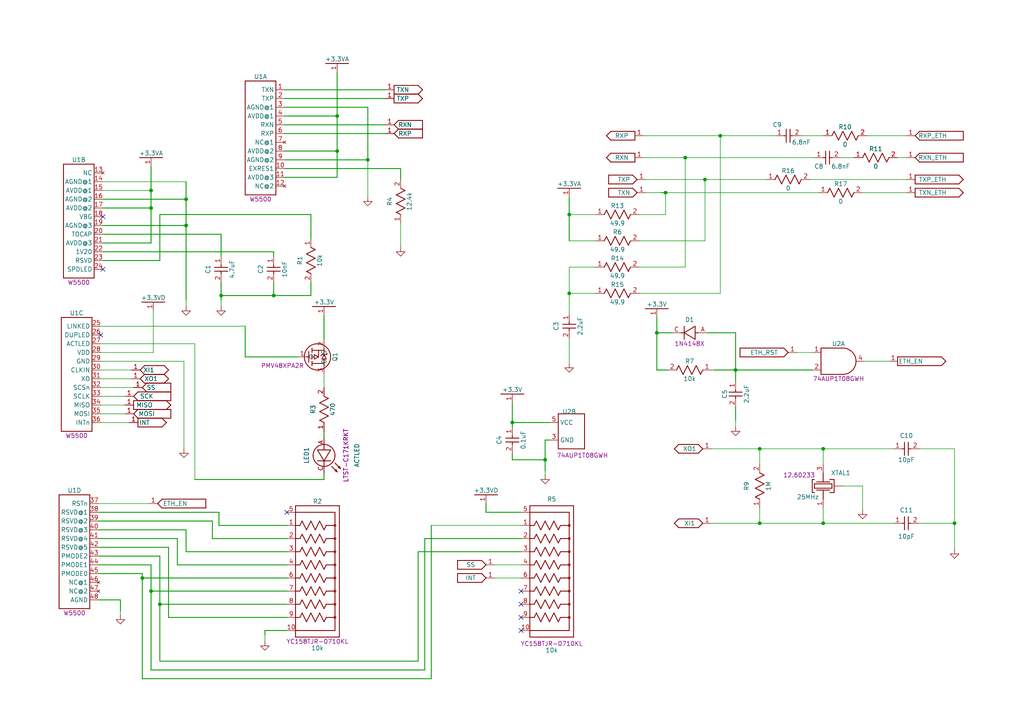
<source format=kicad_sch>
(kicad_sch (version 20231120) (generator "eeschema") (generator_version "8.0")
  (paper "A4")
  (lib_symbols
    (symbol "74AUP1T08GWH_1"
      (property "Reference" "U2" (at 0 5.08 0))
      (property "Mfg. PN" "74AUP1T08GWH" (at 0 -5.08 0))
      (symbol "74AUP1T08GWH_1_1_0"
        (pin input line (at -7.626 2.54 0) (length 2.54) (name "A") (number "1"))
        (pin input line (at -7.62 -2.54 0) (length 2.54) (name "C") (number "2"))
        (pin output line (at 7.62 0 180) (length 2.54) (name "Y") (number "4"))
      )
      (symbol "74AUP1T08GWH_1_2_0"
        (pin power_in line (at -6.35 -2.54 0) (length 2.54) (name "GND") (number "3"))
        (pin power_in line (at -6.35 2.54 0) (length 2.54) (name "VCC") (number "5"))
      )
    )
    (symbol "LED_Controller_Hardware-eagle-import:+3.3V" (power)
      (symbol "+3.3V_1_0"
        (pin power_in line (at 0 1.27 90) (length 2.54) (name "+3.3V") (number "1"))
      )
    )
    (symbol "LED_Controller_Hardware-eagle-import:+3.3VA" (power)
      (symbol "+3.3VA_1_0"
        (pin power_in line (at 0 1.27 90) (length 2.54) (name "+3.3V") (number "1"))
      )
    )
    (symbol "LED_Controller_Hardware-eagle-import:+3.3VD" (power)
      (symbol "+3.3VD_1_0"
        (pin power_in line (at 0 1.27 90) (length 2.54) (name "+3.3V") (number "1"))
      )
    )
    (symbol "LED_Controller_Hardware-eagle-import:1N4148X"
      (symbol "1N4148X_1_0"
        (pin passive line (at -5.08 0 0) (length 2.54) (name "A") (number "A"))
        (pin passive line (at 5.08 0 180) (length 2.54) (name "C") (number "C"))
      )
    )
    (symbol "LED_Controller_Hardware-eagle-import:74AUP1T08GWH"
      (property "Reference" "U2" (at 0 5.08 0))
      (property "Mfg. PN" "74AUP1T08GWH" (at 0 -5.08 0))
      (symbol "74AUP1T08GWH_1_0"
        (pin input line (at -7.626 2.54 0) (length 2.54) (name "A") (number "1"))
        (pin input line (at -7.62 -2.54 0) (length 2.54) (name "C") (number "2"))
        (pin output line (at 7.62 0 180) (length 2.54) (name "Y") (number "4"))
      )
      (symbol "74AUP1T08GWH_2_0"
        (pin power_in line (at -6.35 -2.54 0) (length 2.54) (name "GND") (number "3"))
        (pin power_in line (at -6.35 2.54 0) (length 2.54) (name "VCC") (number "5"))
      )
    )
    (symbol "LED_Controller_Hardware-eagle-import:ACTLED"
      (symbol "ACTLED_1_0"
        (pin passive line (at -5.074 0.006 0) (length 2.54) (name "A") (number "A"))
        (pin passive line (at 5.086 0.006 180) (length 2.54) (name "C") (number "C"))
      )
    )
    (symbol "LED_Controller_Hardware-eagle-import:CAP-0603"
      (symbol "CAP-0603_1_0"
        (pin passive line (at 0 3.81 270) (length 2.54) (name "1") (number "1"))
        (pin passive line (at 0 -3.81 90) (length 2.54) (name "2") (number "2"))
      )
    )
    (symbol "LED_Controller_Hardware-eagle-import:CAP_CER_10000PF_50V_C0G/NP0_0603"
      (symbol "CAP_CER_10000PF_50V_C0G/NP0_0603_1_0"
        (pin passive line (at 0 3.81 270) (length 2.54) (name "1") (number "1"))
        (pin passive line (at 0 -3.81 90) (length 2.54) (name "2") (number "2"))
      )
    )
    (symbol "LED_Controller_Hardware-eagle-import:CAP_CER_10PF_50V_C0G/NP0_0603"
      (symbol "CAP_CER_10PF_50V_C0G/NP0_0603_1_0"
        (pin passive line (at 0 3.81 270) (length 2.54) (name "1") (number "1"))
        (pin passive line (at 0 -3.81 90) (length 2.54) (name "2") (number "2"))
      )
    )
    (symbol "LED_Controller_Hardware-eagle-import:CAP_CER_2.2UF_10V_X5R_0603"
      (symbol "CAP_CER_2.2UF_10V_X5R_0603_1_0"
        (pin passive line (at 0 3.81 270) (length 2.54) (name "1") (number "1"))
        (pin passive line (at 0 -3.81 90) (length 2.54) (name "2") (number "2"))
      )
    )
    (symbol "LED_Controller_Hardware-eagle-import:CAP_CER_6800PF_100V_C0G_0603"
      (symbol "CAP_CER_6800PF_100V_C0G_0603_1_0"
        (pin passive line (at 0 3.81 270) (length 2.54) (name "1") (number "1"))
        (pin passive line (at 0 -3.81 90) (length 2.54) (name "2") (number "2"))
      )
    )
    (symbol "LED_Controller_Hardware-eagle-import:DNP"
      (symbol "DNP_1_0"
        (pin passive line (at -6.35 0 0) (length 2.54) (name "1") (number "1"))
        (pin passive line (at 6.35 0 180) (length 2.54) (name "2") (number "2"))
      )
    )
    (symbol "LED_Controller_Hardware-eagle-import:ETH_EN" (power)
      (symbol "ETH_EN_1_0"
        (pin power_in line (at -2.54 0 0) (length 2.54) (name "1") (number "1"))
      )
    )
    (symbol "LED_Controller_Hardware-eagle-import:ETH_EN_169" (power)
      (symbol "ETH_EN_169_1_0"
        (pin power_in line (at -2.54 0 0) (length 2.54) (name "1") (number "1"))
      )
    )
    (symbol "LED_Controller_Hardware-eagle-import:ETH_RST_150" (power)
      (symbol "ETH_RST_150_1_0"
        (pin power_in line (at 2.54 0 180) (length 2.54) (name "1") (number "1"))
      )
    )
    (symbol "LED_Controller_Hardware-eagle-import:INT" (power)
      (symbol "INT_1_0"
        (pin power_in line (at -2.54 0 0) (length 2.54) (name "1") (number "1"))
      )
    )
    (symbol "LED_Controller_Hardware-eagle-import:INT_167" (power)
      (symbol "INT_167_1_0"
        (pin power_in line (at 2.54 0 180) (length 2.54) (name "1") (number "1"))
      )
    )
    (symbol "LED_Controller_Hardware-eagle-import:KX-7T"
      (symbol "KX-7T_1_0"
        (pin passive line (at -6.35 0 0) (length 2.54) (name "1") (number "1"))
        (pin power_out line (at 0 -5.715 90) (length 2.54) (name "3@2") (number "2"))
        (pin passive line (at 6.35 0 180) (length 2.54) (name "3@1") (number "3"))
      )
    )
    (symbol "LED_Controller_Hardware-eagle-import:MISO_89" (power)
      (symbol "MISO_89_1_0"
        (pin power_in line (at -2.54 0 0) (length 2.54) (name "1") (number "1"))
      )
    )
    (symbol "LED_Controller_Hardware-eagle-import:MOSI_77" (power)
      (symbol "MOSI_77_1_0"
        (pin power_in line (at -2.54 0 0) (length 2.54) (name "1") (number "1"))
      )
    )
    (symbol "LED_Controller_Hardware-eagle-import:PMV48XPA2R"
      (symbol "PMV48XPA2R_1_0"
        (pin passive line (at -6.35 0 0) (length 2.54) (name "G") (number "1"))
        (pin passive line (at 1.27 5.08 270) (length 2.54) (name "S") (number "2"))
        (pin passive line (at 1.27 -5.08 90) (length 2.54) (name "D") (number "3"))
      )
    )
    (symbol "LED_Controller_Hardware-eagle-import:RES-0603"
      (symbol "RES-0603_1_0"
        (pin passive line (at -6.35 0 0) (length 2.54) (name "1") (number "1"))
        (pin passive line (at 6.35 0 180) (length 2.54) (name "2") (number "2"))
      )
    )
    (symbol "LED_Controller_Hardware-eagle-import:RXN" (power)
      (symbol "RXN_1_0"
        (pin power_in line (at -2.54 0 0) (length 2.54) (name "1") (number "1"))
      )
    )
    (symbol "LED_Controller_Hardware-eagle-import:RXN_8" (power)
      (symbol "RXN_8_1_0"
        (pin power_in line (at 2.54 0 180) (length 2.54) (name "1") (number "1"))
      )
    )
    (symbol "LED_Controller_Hardware-eagle-import:RXP" (power)
      (symbol "RXP_1_0"
        (pin power_in line (at -2.54 0 0) (length 2.54) (name "1") (number "1"))
      )
    )
    (symbol "LED_Controller_Hardware-eagle-import:RXP_47" (power)
      (symbol "RXP_47_1_0"
        (pin power_in line (at 2.54 0 180) (length 2.54) (name "1") (number "1"))
      )
    )
    (symbol "LED_Controller_Hardware-eagle-import:SCK_38" (power)
      (symbol "SCK_38_1_0"
        (pin power_in line (at -2.54 0 0) (length 2.54) (name "1") (number "1"))
      )
    )
    (symbol "LED_Controller_Hardware-eagle-import:SS_138" (power)
      (symbol "SS_138_1_0"
        (pin power_in line (at -2.54 0 0) (length 2.54) (name "1") (number "1"))
      )
    )
    (symbol "LED_Controller_Hardware-eagle-import:SS_139" (power)
      (symbol "SS_139_1_0"
        (pin power_in line (at 2.54 0 180) (length 2.54) (name "1") (number "1"))
      )
    )
    (symbol "LED_Controller_Hardware-eagle-import:TXN" (power)
      (symbol "TXN_1_0"
        (pin power_in line (at -2.54 0 0) (length 2.54) (name "1") (number "1"))
      )
    )
    (symbol "LED_Controller_Hardware-eagle-import:TXN_69" (power)
      (symbol "TXN_69_1_0"
        (pin power_in line (at 2.54 0 180) (length 2.54) (name "1") (number "1"))
      )
    )
    (symbol "LED_Controller_Hardware-eagle-import:TXP" (power)
      (symbol "TXP_1_0"
        (pin power_in line (at -2.54 0 0) (length 2.54) (name "1") (number "1"))
      )
    )
    (symbol "LED_Controller_Hardware-eagle-import:TXP_107" (power)
      (symbol "TXP_107_1_0"
        (pin power_in line (at 2.54 0 180) (length 2.54) (name "1") (number "1"))
      )
    )
    (symbol "LED_Controller_Hardware-eagle-import:WIZNET_W5500"
      (property "Reference" "U301" (at 0 17.78 0))
      (property "Mfg. PN" "W5500" (at 0 -17.78 0))
      (symbol "WIZNET_W5500_1_0"
        (pin bidirectional line (at 6.985 13.97 180) (length 2.54) (name "TXN") (number "1"))
        (pin bidirectional line (at 6.985 -8.89 180) (length 2.54) (name "EXRES1") (number "10"))
        (pin power_in line (at 6.985 -11.43 180) (length 2.54) (name "AVDD@3") (number "11"))
        (pin no_connect line (at 6.985 -13.97 180) (length 2.54) (name "NC@2") (number "12"))
        (pin bidirectional line (at 6.985 11.43 180) (length 2.54) (name "TXP") (number "2"))
        (pin power_in line (at 6.985 8.89 180) (length 2.54) (name "AGND@1") (number "3"))
        (pin power_in line (at 6.985 6.35 180) (length 2.54) (name "AVDD@1") (number "4"))
        (pin input line (at 6.985 3.81 180) (length 2.54) (name "RXN") (number "5"))
        (pin input line (at 6.985 1.27 180) (length 2.54) (name "RXP") (number "6"))
        (pin no_connect line (at 6.985 -1.27 180) (length 2.54) (name "NC@1") (number "7"))
        (pin power_in line (at 6.985 -3.81 180) (length 2.54) (name "AVDD@2") (number "8"))
        (pin power_in line (at 6.985 -6.35 180) (length 2.54) (name "AGND@2") (number "9"))
      )
      (symbol "WIZNET_W5500_2_0"
        (pin no_connect line (at 6.985 13.97 180) (length 2.54) (name "NC") (number "13"))
        (pin power_in line (at 6.985 11.43 180) (length 2.54) (name "AGND@1") (number "14"))
        (pin power_in line (at 6.985 8.89 180) (length 2.54) (name "AVDD@1") (number "15"))
        (pin power_in line (at 6.985 6.35 180) (length 2.54) (name "AGND@2") (number "16"))
        (pin power_in line (at 6.985 3.81 180) (length 2.54) (name "AVDD@2") (number "17"))
        (pin output line (at 6.985 1.27 180) (length 2.54) (name "VBG") (number "18"))
        (pin power_in line (at 6.985 -1.27 180) (length 2.54) (name "AGND@3") (number "19"))
        (pin output line (at 6.985 -3.81 180) (length 2.54) (name "TOCAP") (number "20"))
        (pin power_in line (at 6.985 -6.35 180) (length 2.54) (name "AVDD@3") (number "21"))
        (pin output line (at 6.985 -8.89 180) (length 2.54) (name "1V20") (number "22"))
        (pin output line (at 6.985 -11.43 180) (length 2.54) (name "RSVD") (number "23"))
        (pin output line (at 6.985 -13.97 180) (length 2.54) (name "SPDLED") (number "24"))
      )
      (symbol "WIZNET_W5500_3_0"
        (pin output line (at 6.985 13.97 180) (length 2.54) (name "LINKED") (number "25"))
        (pin output line (at 6.985 11.43 180) (length 2.54) (name "DUPLED") (number "26"))
        (pin output line (at 6.985 8.89 180) (length 2.54) (name "ACTLED") (number "27"))
        (pin power_in line (at 6.985 6.35 180) (length 2.54) (name "VDD") (number "28"))
        (pin power_in line (at 6.985 3.81 180) (length 2.54) (name "GND") (number "29"))
        (pin input line (at 6.985 1.27 180) (length 2.54) (name "CLKIN") (number "30"))
        (pin input line (at 6.985 -1.27 180) (length 2.54) (name "XO") (number "31"))
        (pin input line (at 6.985 -3.81 180) (length 2.54) (name "SCSn") (number "32"))
        (pin input line (at 6.985 -6.35 180) (length 2.54) (name "SCLK") (number "33"))
        (pin bidirectional line (at 6.985 -8.89 180) (length 2.54) (name "MISO") (number "34"))
        (pin input line (at 6.985 -11.43 180) (length 2.54) (name "MOSI") (number "35"))
        (pin output line (at 6.985 -13.97 180) (length 2.54) (name "INTn") (number "36"))
      )
      (symbol "WIZNET_W5500_4_0"
        (pin input line (at 6.985 13.97 180) (length 2.54) (name "RSTn") (number "37"))
        (pin input line (at 6.985 11.43 180) (length 2.54) (name "RSVD@1") (number "38"))
        (pin input line (at 6.985 8.89 180) (length 2.54) (name "RSVD@2") (number "39"))
        (pin input line (at 6.985 6.35 180) (length 2.54) (name "RSVD@3") (number "40"))
        (pin input line (at 6.985 3.81 180) (length 2.54) (name "RSVD@4") (number "41"))
        (pin input line (at 6.985 1.27 180) (length 2.54) (name "RSVD@5") (number "42"))
        (pin input line (at 6.985 -1.27 180) (length 2.54) (name "PMODE2") (number "43"))
        (pin input line (at 6.985 -3.81 180) (length 2.54) (name "PMODE1") (number "44"))
        (pin input line (at 6.985 -6.35 180) (length 2.54) (name "PMODE0") (number "45"))
        (pin no_connect line (at 6.985 -8.89 180) (length 2.54) (name "NC@1") (number "46"))
        (pin no_connect line (at 6.985 -11.43 180) (length 2.54) (name "NC@2") (number "47"))
        (pin power_in line (at 6.985 -13.97 180) (length 2.54) (name "AGND") (number "48"))
      )
    )
    (symbol "LED_Controller_Hardware-eagle-import:XI" (power)
      (symbol "XI_1_0"
        (pin power_in line (at -2.54 0 0) (length 2.54) (name "1") (number "1"))
      )
    )
    (symbol "LED_Controller_Hardware-eagle-import:XI_67" (power)
      (symbol "XI_67_1_0"
        (pin power_in line (at 2.54 0 180) (length 2.54) (name "1") (number "1"))
      )
    )
    (symbol "LED_Controller_Hardware-eagle-import:XO" (power)
      (symbol "XO_1_0"
        (pin power_in line (at -2.54 0 0) (length 2.54) (name "1") (number "1"))
      )
    )
    (symbol "LED_Controller_Hardware-eagle-import:XO_65" (power)
      (symbol "XO_65_1_0"
        (pin power_in line (at 2.54 0 180) (length 2.54) (name "1") (number "1"))
      )
    )
    (symbol "LED_Controller_Hardware-eagle-import:YC158TJR-0710KL"
      (symbol "YC158TJR-0710KL_1_0"
        (pin passive line (at -8.89 11.43 0) (length 2.54) (name "2") (number "1"))
        (pin passive line (at -8.89 -19.05 0) (length 2.54) (name "1@2") (number "10"))
        (pin passive line (at -8.89 7.62 0) (length 2.54) (name "3") (number "2"))
        (pin passive line (at -8.89 3.81 0) (length 2.54) (name "4") (number "3"))
        (pin passive line (at -8.89 0 0) (length 2.54) (name "5") (number "4"))
        (pin passive line (at -8.89 15.24 0) (length 2.54) (name "1@1") (number "5"))
        (pin passive line (at -8.89 -3.81 0) (length 2.54) (name "6") (number "6"))
        (pin passive line (at -8.89 -7.62 0) (length 2.54) (name "7") (number "7"))
        (pin passive line (at -8.89 -11.43 0) (length 2.54) (name "8") (number "8"))
        (pin passive line (at -8.89 -15.24 0) (length 2.54) (name "9") (number "9"))
      )
    )
    (symbol "RG_resistors:RES-0603"
      (property "Reference" "R" (at 0 3.81 0))
      (property "Value" "~" (at 0 -2.54 0))
      (symbol "RES-0603_1_0"
        (pin passive line (at -6.35 0 0) (length 2.54) (name "1") (number "1"))
        (pin passive line (at 6.35 0 180) (length 2.54) (name "2") (number "2"))
      )
    )
    (symbol "WIZNET_W5500_1"
      (symbol "WIZNET_W5500_1_1_0"
        (pin bidirectional line (at 6.985 13.97 180) (length 2.54) (name "TXN") (number "1"))
        (pin bidirectional line (at 6.985 -8.89 180) (length 2.54) (name "EXRES1") (number "10"))
        (pin power_in line (at 6.985 -11.43 180) (length 2.54) (name "AVDD@3") (number "11"))
        (pin no_connect line (at 6.985 -13.97 180) (length 2.54) (name "NC@2") (number "12"))
        (pin bidirectional line (at 6.985 11.43 180) (length 2.54) (name "TXP") (number "2"))
        (pin power_in line (at 6.985 8.89 180) (length 2.54) (name "AGND@1") (number "3"))
        (pin power_in line (at 6.985 6.35 180) (length 2.54) (name "AVDD@1") (number "4"))
        (pin input line (at 6.985 3.81 180) (length 2.54) (name "RXN") (number "5"))
        (pin input line (at 6.985 1.27 180) (length 2.54) (name "RXP") (number "6"))
        (pin no_connect line (at 6.985 -1.27 180) (length 2.54) (name "NC@1") (number "7"))
        (pin power_in line (at 6.985 -3.81 180) (length 2.54) (name "AVDD@2") (number "8"))
        (pin power_in line (at 6.985 -6.35 180) (length 2.54) (name "AGND@2") (number "9"))
      )
      (symbol "WIZNET_W5500_1_2_0"
        (pin no_connect line (at 6.985 13.97 180) (length 2.54) (name "NC") (number "13"))
        (pin power_in line (at 6.985 11.43 180) (length 2.54) (name "AGND@1") (number "14"))
        (pin power_in line (at 6.985 8.89 180) (length 2.54) (name "AVDD@1") (number "15"))
        (pin power_in line (at 6.985 6.35 180) (length 2.54) (name "AGND@2") (number "16"))
        (pin power_in line (at 6.985 3.81 180) (length 2.54) (name "AVDD@2") (number "17"))
        (pin output line (at 6.985 1.27 180) (length 2.54) (name "VBG") (number "18"))
        (pin power_in line (at 6.985 -1.27 180) (length 2.54) (name "AGND@3") (number "19"))
        (pin output line (at 6.985 -3.81 180) (length 2.54) (name "TOCAP") (number "20"))
        (pin power_in line (at 6.985 -6.35 180) (length 2.54) (name "AVDD@3") (number "21"))
        (pin output line (at 6.985 -8.89 180) (length 2.54) (name "1V20") (number "22"))
        (pin output line (at 6.985 -11.43 180) (length 2.54) (name "RSVD") (number "23"))
        (pin output line (at 6.985 -13.97 180) (length 2.54) (name "SPDLED") (number "24"))
      )
      (symbol "WIZNET_W5500_1_3_0"
        (pin output line (at 6.985 13.97 180) (length 2.54) (name "LINKED") (number "25"))
        (pin output line (at 6.985 11.43 180) (length 2.54) (name "DUPLED") (number "26"))
        (pin output line (at 6.985 8.89 180) (length 2.54) (name "ACTLED") (number "27"))
        (pin power_in line (at 6.985 6.35 180) (length 2.54) (name "VDD") (number "28"))
        (pin power_in line (at 6.985 3.81 180) (length 2.54) (name "GND") (number "29"))
        (pin input line (at 6.985 1.27 180) (length 2.54) (name "CLKIN") (number "30"))
        (pin input line (at 6.985 -1.27 180) (length 2.54) (name "XO") (number "31"))
        (pin input line (at 6.985 -3.81 180) (length 2.54) (name "SCSn") (number "32"))
        (pin input line (at 6.985 -6.35 180) (length 2.54) (name "SCLK") (number "33"))
        (pin bidirectional line (at 6.985 -8.89 180) (length 2.54) (name "MISO") (number "34"))
        (pin input line (at 6.985 -11.43 180) (length 2.54) (name "MOSI") (number "35"))
        (pin output line (at 6.985 -13.97 180) (length 2.54) (name "INTn") (number "36"))
      )
      (symbol "WIZNET_W5500_1_4_0"
        (pin input line (at 6.985 13.97 180) (length 2.54) (name "RSTn") (number "37"))
        (pin input line (at 6.985 11.43 180) (length 2.54) (name "RSVD@1") (number "38"))
        (pin input line (at 6.985 8.89 180) (length 2.54) (name "RSVD@2") (number "39"))
        (pin input line (at 6.985 6.35 180) (length 2.54) (name "RSVD@3") (number "40"))
        (pin input line (at 6.985 3.81 180) (length 2.54) (name "RSVD@4") (number "41"))
        (pin input line (at 6.985 1.27 180) (length 2.54) (name "RSVD@5") (number "42"))
        (pin input line (at 6.985 -1.27 180) (length 2.54) (name "PMODE2") (number "43"))
        (pin input line (at 6.985 -3.81 180) (length 2.54) (name "PMODE1") (number "44"))
        (pin input line (at 6.985 -6.35 180) (length 2.54) (name "PMODE0") (number "45"))
        (pin no_connect line (at 6.985 -8.89 180) (length 2.54) (name "NC@1") (number "46"))
        (pin no_connect line (at 6.985 -11.43 180) (length 2.54) (name "NC@2") (number "47"))
        (pin power_in line (at 6.985 -13.97 180) (length 2.54) (name "AGND") (number "48"))
      )
    )
    (symbol "WIZNET_W5500_2"
      (property "Reference" "U301" (at 0 17.78 0))
      (property "Mfg. PN" "W5500" (at 0 -17.78 0))
      (symbol "WIZNET_W5500_2_1_0"
        (pin bidirectional line (at 6.985 13.97 180) (length 2.54) (name "TXN") (number "1"))
        (pin bidirectional line (at 6.985 -8.89 180) (length 2.54) (name "EXRES1") (number "10"))
        (pin power_in line (at 6.985 -11.43 180) (length 2.54) (name "AVDD@3") (number "11"))
        (pin no_connect line (at 6.985 -13.97 180) (length 2.54) (name "NC@2") (number "12"))
        (pin bidirectional line (at 6.985 11.43 180) (length 2.54) (name "TXP") (number "2"))
        (pin power_in line (at 6.985 8.89 180) (length 2.54) (name "AGND@1") (number "3"))
        (pin power_in line (at 6.985 6.35 180) (length 2.54) (name "AVDD@1") (number "4"))
        (pin input line (at 6.985 3.81 180) (length 2.54) (name "RXN") (number "5"))
        (pin input line (at 6.985 1.27 180) (length 2.54) (name "RXP") (number "6"))
        (pin no_connect line (at 6.985 -1.27 180) (length 2.54) (name "NC@1") (number "7"))
        (pin power_in line (at 6.985 -3.81 180) (length 2.54) (name "AVDD@2") (number "8"))
        (pin power_in line (at 6.985 -6.35 180) (length 2.54) (name "AGND@2") (number "9"))
      )
      (symbol "WIZNET_W5500_2_2_0"
        (pin no_connect line (at 6.985 13.97 180) (length 2.54) (name "NC") (number "13"))
        (pin power_in line (at 6.985 11.43 180) (length 2.54) (name "AGND@1") (number "14"))
        (pin power_in line (at 6.985 8.89 180) (length 2.54) (name "AVDD@1") (number "15"))
        (pin power_in line (at 6.985 6.35 180) (length 2.54) (name "AGND@2") (number "16"))
        (pin power_in line (at 6.985 3.81 180) (length 2.54) (name "AVDD@2") (number "17"))
        (pin output line (at 6.985 1.27 180) (length 2.54) (name "VBG") (number "18"))
        (pin power_in line (at 6.985 -1.27 180) (length 2.54) (name "AGND@3") (number "19"))
        (pin output line (at 6.985 -3.81 180) (length 2.54) (name "TOCAP") (number "20"))
        (pin power_in line (at 6.985 -6.35 180) (length 2.54) (name "AVDD@3") (number "21"))
        (pin output line (at 6.985 -8.89 180) (length 2.54) (name "1V20") (number "22"))
        (pin output line (at 6.985 -11.43 180) (length 2.54) (name "RSVD") (number "23"))
        (pin output line (at 6.985 -13.97 180) (length 2.54) (name "SPDLED") (number "24"))
      )
      (symbol "WIZNET_W5500_2_3_0"
        (pin output line (at 6.985 13.97 180) (length 2.54) (name "LINKED") (number "25"))
        (pin output line (at 6.985 11.43 180) (length 2.54) (name "DUPLED") (number "26"))
        (pin output line (at 6.985 8.89 180) (length 2.54) (name "ACTLED") (number "27"))
        (pin power_in line (at 6.985 6.35 180) (length 2.54) (name "VDD") (number "28"))
        (pin power_in line (at 6.985 3.81 180) (length 2.54) (name "GND") (number "29"))
        (pin input line (at 6.985 1.27 180) (length 2.54) (name "CLKIN") (number "30"))
        (pin input line (at 6.985 -1.27 180) (length 2.54) (name "XO") (number "31"))
        (pin input line (at 6.985 -3.81 180) (length 2.54) (name "SCSn") (number "32"))
        (pin input line (at 6.985 -6.35 180) (length 2.54) (name "SCLK") (number "33"))
        (pin bidirectional line (at 6.985 -8.89 180) (length 2.54) (name "MISO") (number "34"))
        (pin input line (at 6.985 -11.43 180) (length 2.54) (name "MOSI") (number "35"))
        (pin output line (at 6.985 -13.97 180) (length 2.54) (name "INTn") (number "36"))
      )
      (symbol "WIZNET_W5500_2_4_0"
        (pin input line (at 6.985 13.97 180) (length 2.54) (name "RSTn") (number "37"))
        (pin input line (at 6.985 11.43 180) (length 2.54) (name "RSVD@1") (number "38"))
        (pin input line (at 6.985 8.89 180) (length 2.54) (name "RSVD@2") (number "39"))
        (pin input line (at 6.985 6.35 180) (length 2.54) (name "RSVD@3") (number "40"))
        (pin input line (at 6.985 3.81 180) (length 2.54) (name "RSVD@4") (number "41"))
        (pin input line (at 6.985 1.27 180) (length 2.54) (name "RSVD@5") (number "42"))
        (pin input line (at 6.985 -1.27 180) (length 2.54) (name "PMODE2") (number "43"))
        (pin input line (at 6.985 -3.81 180) (length 2.54) (name "PMODE1") (number "44"))
        (pin input line (at 6.985 -6.35 180) (length 2.54) (name "PMODE0") (number "45"))
        (pin no_connect line (at 6.985 -8.89 180) (length 2.54) (name "NC@1") (number "46"))
        (pin no_connect line (at 6.985 -11.43 180) (length 2.54) (name "NC@2") (number "47"))
        (pin power_in line (at 6.985 -13.97 180) (length 2.54) (name "AGND") (number "48"))
      )
    )
    (symbol "WIZNET_W5500_3"
      (property "Reference" "U301" (at 0 17.78 0))
      (property "Mfg. PN" "W5500" (at 0 -17.78 0))
      (symbol "WIZNET_W5500_3_1_0"
        (pin bidirectional line (at 6.985 13.97 180) (length 2.54) (name "TXN") (number "1"))
        (pin bidirectional line (at 6.985 -8.89 180) (length 2.54) (name "EXRES1") (number "10"))
        (pin power_in line (at 6.985 -11.43 180) (length 2.54) (name "AVDD@3") (number "11"))
        (pin no_connect line (at 6.985 -13.97 180) (length 2.54) (name "NC@2") (number "12"))
        (pin bidirectional line (at 6.985 11.43 180) (length 2.54) (name "TXP") (number "2"))
        (pin power_in line (at 6.985 8.89 180) (length 2.54) (name "AGND@1") (number "3"))
        (pin power_in line (at 6.985 6.35 180) (length 2.54) (name "AVDD@1") (number "4"))
        (pin input line (at 6.985 3.81 180) (length 2.54) (name "RXN") (number "5"))
        (pin input line (at 6.985 1.27 180) (length 2.54) (name "RXP") (number "6"))
        (pin no_connect line (at 6.985 -1.27 180) (length 2.54) (name "NC@1") (number "7"))
        (pin power_in line (at 6.985 -3.81 180) (length 2.54) (name "AVDD@2") (number "8"))
        (pin power_in line (at 6.985 -6.35 180) (length 2.54) (name "AGND@2") (number "9"))
      )
      (symbol "WIZNET_W5500_3_2_0"
        (pin no_connect line (at 6.985 13.97 180) (length 2.54) (name "NC") (number "13"))
        (pin power_in line (at 6.985 11.43 180) (length 2.54) (name "AGND@1") (number "14"))
        (pin power_in line (at 6.985 8.89 180) (length 2.54) (name "AVDD@1") (number "15"))
        (pin power_in line (at 6.985 6.35 180) (length 2.54) (name "AGND@2") (number "16"))
        (pin power_in line (at 6.985 3.81 180) (length 2.54) (name "AVDD@2") (number "17"))
        (pin output line (at 6.985 1.27 180) (length 2.54) (name "VBG") (number "18"))
        (pin power_in line (at 6.985 -1.27 180) (length 2.54) (name "AGND@3") (number "19"))
        (pin output line (at 6.985 -3.81 180) (length 2.54) (name "TOCAP") (number "20"))
        (pin power_in line (at 6.985 -6.35 180) (length 2.54) (name "AVDD@3") (number "21"))
        (pin output line (at 6.985 -8.89 180) (length 2.54) (name "1V20") (number "22"))
        (pin output line (at 6.985 -11.43 180) (length 2.54) (name "RSVD") (number "23"))
        (pin output line (at 6.985 -13.97 180) (length 2.54) (name "SPDLED") (number "24"))
      )
      (symbol "WIZNET_W5500_3_3_0"
        (pin output line (at 6.985 13.97 180) (length 2.54) (name "LINKED") (number "25"))
        (pin output line (at 6.985 11.43 180) (length 2.54) (name "DUPLED") (number "26"))
        (pin output line (at 6.985 8.89 180) (length 2.54) (name "ACTLED") (number "27"))
        (pin power_in line (at 6.985 6.35 180) (length 2.54) (name "VDD") (number "28"))
        (pin power_in line (at 6.985 3.81 180) (length 2.54) (name "GND") (number "29"))
        (pin input line (at 6.985 1.27 180) (length 2.54) (name "CLKIN") (number "30"))
        (pin input line (at 6.985 -1.27 180) (length 2.54) (name "XO") (number "31"))
        (pin input line (at 6.985 -3.81 180) (length 2.54) (name "SCSn") (number "32"))
        (pin input line (at 6.985 -6.35 180) (length 2.54) (name "SCLK") (number "33"))
        (pin bidirectional line (at 6.985 -8.89 180) (length 2.54) (name "MISO") (number "34"))
        (pin input line (at 6.985 -11.43 180) (length 2.54) (name "MOSI") (number "35"))
        (pin output line (at 6.985 -13.97 180) (length 2.54) (name "INTn") (number "36"))
      )
      (symbol "WIZNET_W5500_3_4_0"
        (pin input line (at 6.985 13.97 180) (length 2.54) (name "RSTn") (number "37"))
        (pin input line (at 6.985 11.43 180) (length 2.54) (name "RSVD@1") (number "38"))
        (pin input line (at 6.985 8.89 180) (length 2.54) (name "RSVD@2") (number "39"))
        (pin input line (at 6.985 6.35 180) (length 2.54) (name "RSVD@3") (number "40"))
        (pin input line (at 6.985 3.81 180) (length 2.54) (name "RSVD@4") (number "41"))
        (pin input line (at 6.985 1.27 180) (length 2.54) (name "RSVD@5") (number "42"))
        (pin input line (at 6.985 -1.27 180) (length 2.54) (name "PMODE2") (number "43"))
        (pin input line (at 6.985 -3.81 180) (length 2.54) (name "PMODE1") (number "44"))
        (pin input line (at 6.985 -6.35 180) (length 2.54) (name "PMODE0") (number "45"))
        (pin no_connect line (at 6.985 -8.89 180) (length 2.54) (name "NC@1") (number "46"))
        (pin no_connect line (at 6.985 -11.43 180) (length 2.54) (name "NC@2") (number "47"))
        (pin power_in line (at 6.985 -13.97 180) (length 2.54) (name "AGND") (number "48"))
      )
    )
    (symbol "power:GNDS" (power) (pin_numbers hide) (pin_names (offset 0) hide)
      (property "Value" "GNDS" (at 0 -3.81 0))
      (symbol "GNDS_1_1"
        (pin power_in line (at 0 0 270) (length 0) (name "~") (number "1"))
      )
    )
  )
  (junction (at 190.5 96.52))
  (junction (at 43.815 60.325))
  (junction (at 79.375 85.725))
  (junction (at 208.915 39.37))
  (junction (at 97.79 43.815))
  (junction (at 97.79 33.655))
  (junction (at 238.76 151.765))
  (junction (at 220.345 151.765))
  (junction (at 43.815 171.45))
  (junction (at 41.275 167.64))
  (junction (at 213.36 107.315))
  (junction (at 64.135 85.725))
  (junction (at 158.115 133.35))
  (junction (at 165.1 85.09))
  (junction (at 43.815 55.245))
  (junction (at 204.47 52.07))
  (junction (at 198.755 45.72))
  (junction (at 220.345 130.175))
  (junction (at 238.76 130.175))
  (junction (at 193.04 55.88))
  (junction (at 165.1 62.23))
  (junction (at 53.975 65.405))
  (junction (at 276.86 151.765))
  (junction (at 106.68 46.355))
  (junction (at 148.59 122.555))
  (junction (at 53.975 57.785))
  (junction (at 46.355 175.26))
  (no_connect (at 29.216 97.161))
  (no_connect (at 29.845 78.105))
  (no_connect (at 83.185 148.59))
  (no_connect (at 151.13 182.88))
  (no_connect (at 151.13 179.07))
  (no_connect (at 29.845 62.865))
  (no_connect (at 151.13 175.26))
  (no_connect (at 151.13 171.45))
  (wire (pts (xy 63.5 152.4) (xy 83.185 152.4)) (stroke (width 0.25)))
  (wire (pts (xy 198.755 45.72) (xy 198.755 77.47)))
  (wire (pts (xy 190.5 107.315) (xy 190.5 96.52)) (stroke (width 0.25)))
  (wire (pts (xy 53.975 65.405) (xy 53.975 86.995)) (stroke (width 0.25)))
  (wire (pts (xy 125.095 196.85) (xy 41.275 196.85)) (stroke (width 0.25)))
  (wire (pts (xy 46.355 75.565) (xy 46.355 62.23)) (stroke (width 0.25)))
  (wire (pts (xy 220.345 147.32) (xy 220.345 151.765)))
  (wire (pts (xy 90.17 85.725) (xy 90.17 81.915)) (stroke (width 0.25)))
  (wire (pts (xy 165.1 77.47) (xy 165.1 85.09)))
  (wire (pts (xy 238.76 147.32) (xy 238.76 151.765)))
  (wire (pts (xy 251.46 39.37) (xy 262.89 39.37)))
  (wire (pts (xy 238.76 134.62) (xy 238.76 130.175)))
  (wire (pts (xy 125.095 152.4) (xy 125.095 196.85)) (stroke (width 0.25)))
  (wire (pts (xy 125.095 152.4) (xy 151.13 152.4)))
  (wire (pts (xy 205.105 96.52) (xy 213.36 96.52)) (stroke (width 0.25)))
  (wire (pts (xy 46.355 175.26) (xy 83.185 175.26)) (stroke (width 0.25)))
  (wire (pts (xy 243.84 45.72) (xy 247.65 45.72)))
  (wire (pts (xy 121.285 160.02) (xy 121.285 191.77)) (stroke (width 0.25)))
  (wire (pts (xy 82.55 33.655) (xy 97.79 33.655)) (stroke (width 0.25)))
  (wire (pts (xy 79.375 85.725) (xy 90.17 85.725)) (stroke (width 0.25)))
  (wire (pts (xy 43.815 70.485) (xy 43.815 60.325)) (stroke (width 0.25)))
  (wire (pts (xy 51.435 163.83) (xy 83.185 163.83)) (stroke (width 0.25)))
  (wire (pts (xy 143.51 167.64) (xy 151.13 167.64)))
  (wire (pts (xy 106.68 46.355) (xy 106.68 57.15)))
  (wire (pts (xy 29.845 52.705) (xy 53.975 52.705)))
  (wire (pts (xy 93.986 91.446) (xy 93.986 98.431)) (stroke (width 0.25)))
  (wire (pts (xy 213.36 107.315) (xy 213.36 110.49)) (stroke (width 0.25)))
  (wire (pts (xy 220.345 130.175) (xy 220.345 134.62)))
  (wire (pts (xy 220.345 151.765) (xy 238.76 151.765)))
  (wire (pts (xy 28.575 156.21) (xy 51.435 156.21)) (stroke (width 0.25)))
  (wire (pts (xy 48.895 179.07) (xy 83.185 179.07)) (stroke (width 0.25)))
  (wire (pts (xy 53.346 104.781) (xy 53.346 130.181)))
  (wire (pts (xy 244.475 140.97) (xy 250.19 140.97)))
  (wire (pts (xy 198.755 45.72) (xy 236.22 45.72)))
  (wire (pts (xy 93.986 125.101) (xy 93.986 127.006)) (stroke (width 0.25)))
  (wire (pts (xy 28.575 161.29) (xy 46.355 161.29)) (stroke (width 0.25)))
  (wire (pts (xy 206.375 107.315) (xy 207.01 107.315)))
  (wire (pts (xy 46.355 191.77) (xy 46.355 175.26)) (stroke (width 0.25)))
  (wire (pts (xy 165.1 98.425) (xy 165.1 105.41)))
  (wire (pts (xy 29.216 120.021) (xy 36.201 120.021)))
  (wire (pts (xy 185.42 69.85) (xy 204.47 69.85)))
  (wire (pts (xy 250.19 140.97) (xy 250.19 147.955)))
  (wire (pts (xy 158.115 127.635) (xy 159.385 127.635)) (stroke (width 0.25)))
  (wire (pts (xy 29.845 67.945) (xy 64.135 67.945)) (stroke (width 0.25)))
  (wire (pts (xy 43.815 55.245) (xy 43.815 60.325)) (stroke (width 0.25)))
  (wire (pts (xy 29.216 109.861) (xy 38.106 109.861)))
  (wire (pts (xy 93.986 110.496) (xy 93.986 108.591)))
  (wire (pts (xy 148.59 133.35) (xy 158.115 133.35)) (stroke (width 0.25)))
  (wire (pts (xy 56.521 139.071) (xy 93.986 139.071)) (stroke (width 0.25)))
  (wire (pts (xy 97.79 43.815) (xy 97.79 33.655)) (stroke (width 0.25)))
  (wire (pts (xy 204.47 52.07) (xy 222.25 52.07)))
  (wire (pts (xy 207.01 107.315) (xy 213.36 107.315)) (stroke (width 0.25)))
  (wire (pts (xy 48.895 158.75) (xy 48.895 179.07)) (stroke (width 0.25)))
  (wire (pts (xy 43.815 194.31) (xy 43.815 171.45)) (stroke (width 0.25)))
  (wire (pts (xy 148.59 123.825) (xy 148.59 122.555)) (stroke (width 0.25)))
  (wire (pts (xy 148.59 122.555) (xy 159.385 122.555)) (stroke (width 0.25)))
  (wire (pts (xy 29.845 60.325) (xy 43.815 60.325)) (stroke (width 0.25)))
  (wire (pts (xy 97.79 33.655) (xy 97.79 20.955)) (stroke (width 0.25)))
  (wire (pts (xy 82.55 48.895) (xy 116.205 48.895)) (stroke (width 0.25)))
  (wire (pts (xy 28.575 151.13) (xy 61.595 151.13)) (stroke (width 0.25)))
  (wire (pts (xy 116.205 64.77) (xy 116.205 71.755)))
  (wire (pts (xy 28.575 146.05) (xy 43.18 146.05)))
  (wire (pts (xy 46.355 161.29) (xy 46.355 175.26)) (stroke (width 0.25)))
  (wire (pts (xy 93.98 125.095) (xy 93.98 125.101)) (stroke (width 0.25)))
  (wire (pts (xy 43.815 48.26) (xy 43.815 55.245)) (stroke (width 0.25)))
  (wire (pts (xy 93.98 110.496) (xy 93.98 112.395)))
  (wire (pts (xy 276.86 151.765) (xy 276.86 159.385)))
  (wire (pts (xy 148.59 116.84) (xy 148.59 122.555)) (stroke (width 0.25)))
  (wire (pts (xy 186.69 45.72) (xy 198.755 45.72)))
  (wire (pts (xy 64.135 67.945) (xy 64.135 74.295)) (stroke (width 0.25)))
  (wire (pts (xy 29.216 99.701) (xy 56.521 99.701)))
  (wire (pts (xy 204.47 52.07) (xy 204.47 69.85)))
  (wire (pts (xy 190.5 92.075) (xy 190.5 96.52)) (stroke (width 0.25)))
  (wire (pts (xy 238.76 130.175) (xy 259.08 130.175)))
  (wire (pts (xy 29.216 94.621) (xy 71.126 94.621)))
  (wire (pts (xy 64.135 81.915) (xy 64.135 85.725)) (stroke (width 0.25)))
  (wire (pts (xy 123.19 194.31) (xy 43.815 194.31)) (stroke (width 0.25)))
  (wire (pts (xy 165.1 69.85) (xy 172.72 69.85)))
  (wire (pts (xy 185.42 62.23) (xy 193.04 62.23)))
  (wire (pts (xy 34.925 173.99) (xy 28.575 173.99)) (stroke (width 0.25)))
  (wire (pts (xy 232.41 39.37) (xy 238.76 39.37)))
  (wire (pts (xy 165.1 62.23) (xy 165.1 69.85)) (stroke (width 0.25)))
  (wire (pts (xy 191.77 55.88) (xy 193.04 55.88)) (stroke (width 0.25)))
  (wire (pts (xy 71.126 94.621) (xy 71.126 103.511)) (stroke (width 0.25)))
  (wire (pts (xy 165.1 57.15) (xy 165.1 62.23)) (stroke (width 0.25)))
  (wire (pts (xy 193.04 62.23) (xy 193.04 55.88)))
  (wire (pts (xy 151.13 156.21) (xy 123.19 156.21)) (stroke (width 0.25)))
  (wire (pts (xy 90.17 62.23) (xy 90.17 69.215)) (stroke (width 0.25)))
  (wire (pts (xy 28.575 148.59) (xy 63.5 148.59)) (stroke (width 0.25)))
  (wire (pts (xy 148.59 131.445) (xy 148.59 133.35)) (stroke (width 0.25)))
  (wire (pts (xy 266.7 151.765) (xy 276.86 151.765)))
  (wire (pts (xy 82.55 38.735) (xy 111.76 38.735)) (stroke (width 0.25)))
  (wire (pts (xy 231.14 102.235) (xy 235.579 102.235)))
  (wire (pts (xy 208.915 39.37) (xy 208.915 85.09)))
  (wire (pts (xy 79.375 85.725) (xy 64.135 85.725)) (stroke (width 0.25)))
  (wire (pts (xy 41.275 167.64) (xy 41.275 166.37)) (stroke (width 0.25)))
  (wire (pts (xy 238.76 151.765) (xy 259.08 151.765)))
  (wire (pts (xy 61.595 151.13) (xy 61.595 156.21)) (stroke (width 0.25)))
  (wire (pts (xy 53.975 160.02) (xy 83.185 160.02)) (stroke (width 0.25)))
  (wire (pts (xy 206.375 130.175) (xy 220.345 130.175)))
  (wire (pts (xy 143.51 163.83) (xy 151.13 163.83)))
  (wire (pts (xy 235.585 107.315) (xy 213.36 107.315)) (stroke (width 0.25)))
  (wire (pts (xy 41.275 196.85) (xy 41.275 167.64)) (stroke (width 0.25)))
  (wire (pts (xy 250.19 55.88) (xy 262.89 55.88)))
  (wire (pts (xy 51.435 156.21) (xy 51.435 163.83)) (stroke (width 0.25)))
  (wire (pts (xy 266.7 130.175) (xy 276.86 130.175)))
  (wire (pts (xy 158.115 136.525) (xy 158.115 137.795)))
  (wire (pts (xy 116.205 48.895) (xy 116.205 52.07)) (stroke (width 0.25)))
  (wire (pts (xy 185.42 85.09) (xy 208.915 85.09)))
  (wire (pts (xy 190.5 96.52) (xy 194.945 96.52)) (stroke (width 0.25)))
  (wire (pts (xy 82.55 46.355) (xy 106.68 46.355)) (stroke (width 0.25)))
  (wire (pts (xy 29.845 55.245) (xy 43.815 55.245)))
  (wire (pts (xy 123.19 156.21) (xy 123.19 194.31)) (stroke (width 0.25)))
  (wire (pts (xy 29.216 114.941) (xy 36.201 114.941)))
  (wire (pts (xy 276.86 130.175) (xy 276.86 151.765)))
  (wire (pts (xy 76.835 184.15) (xy 76.835 186.055)))
  (wire (pts (xy 165.1 62.23) (xy 172.72 62.23)))
  (wire (pts (xy 82.55 36.195) (xy 111.76 36.195)) (stroke (width 0.25)))
  (wire (pts (xy 158.115 133.35) (xy 158.115 127.635)) (stroke (width 0.25)))
  (wire (pts (xy 82.55 26.035) (xy 111.76 26.035)) (stroke (width 0.25)))
  (wire (pts (xy 82.55 31.115) (xy 106.68 31.115)) (stroke (width 0.25)))
  (wire (pts (xy 165.1 77.47) (xy 172.72 77.47)))
  (wire (pts (xy 213.36 96.52) (xy 213.36 107.315)) (stroke (width 0.25)))
  (wire (pts (xy 44.456 102.241) (xy 44.456 90.176)))
  (wire (pts (xy 193.04 55.88) (xy 237.49 55.88)))
  (wire (pts (xy 71.126 103.511) (xy 86.366 103.511)) (stroke (width 0.25)))
  (wire (pts (xy 97.79 51.435) (xy 97.79 43.815)) (stroke (width 0.25)))
  (wire (pts (xy 29.845 75.565) (xy 46.355 75.565)) (stroke (width 0.25)))
  (wire (pts (xy 79.375 73.025) (xy 79.375 74.295)) (stroke (width 0.25)))
  (wire (pts (xy 53.975 153.67) (xy 53.975 160.02)) (stroke (width 0.25)))
  (wire (pts (xy 34.925 173.99) (xy 34.925 177.165)) (stroke (width 0.25)))
  (wire (pts (xy 213.36 121.92) (xy 213.36 123.825)))
  (wire (pts (xy 64.135 86.995) (xy 64.135 88.9)))
  (wire (pts (xy 140.97 146.05) (xy 140.97 148.59)) (stroke (width 0.25)))
  (wire (pts (xy 106.68 31.115) (xy 106.68 46.355)) (stroke (width 0.25)))
  (wire (pts (xy 260.35 45.72) (xy 262.89 45.72)))
  (wire (pts (xy 53.975 65.405) (xy 53.975 57.785)) (stroke (width 0.25)))
  (wire (pts (xy 29.216 122.561) (xy 37.471 122.561)))
  (wire (pts (xy 63.5 148.59) (xy 63.5 152.4)) (stroke (width 0.25)))
  (wire (pts (xy 121.285 160.02) (xy 151.13 160.02)) (stroke (width 0.25)))
  (wire (pts (xy 79.375 81.915) (xy 79.375 85.725)) (stroke (width 0.25)))
  (wire (pts (xy 206.375 151.765) (xy 220.345 151.765)))
  (wire (pts (xy 220.345 130.175) (xy 238.76 130.175)))
  (wire (pts (xy 41.275 166.37) (xy 28.575 166.37)) (stroke (width 0.25)))
  (wire (pts (xy 187.325 52.07) (xy 204.47 52.07)))
  (wire (pts (xy 34.925 177.165) (xy 34.925 178.435)))
  (wire (pts (xy 29.845 73.025) (xy 79.375 73.025)) (stroke (width 0.25)))
  (wire (pts (xy 83.185 182.88) (xy 76.835 182.88)) (stroke (width 0.25)))
  (wire (pts (xy 29.216 117.481) (xy 36.201 117.481)))
  (wire (pts (xy 83.185 167.64) (xy 41.275 167.64)) (stroke (width 0.25)))
  (wire (pts (xy 29.845 65.405) (xy 53.975 65.405)) (stroke (width 0.25)))
  (wire (pts (xy 29.216 104.781) (xy 53.346 104.781)))
  (wire (pts (xy 83.185 171.45) (xy 43.815 171.45)) (stroke (width 0.25)))
  (wire (pts (xy 165.1 85.09) (xy 172.72 85.09)))
  (wire (pts (xy 29.216 107.321) (xy 38.106 107.321)))
  (wire (pts (xy 93.986 137.166) (xy 93.986 139.071)) (stroke (width 0.25)))
  (wire (pts (xy 29.216 102.241) (xy 44.456 102.241)))
  (wire (pts (xy 29.845 57.785) (xy 53.975 57.785)) (stroke (width 0.25)))
  (wire (pts (xy 193.675 107.315) (xy 190.5 107.315)) (stroke (width 0.25)))
  (wire (pts (xy 250.825 104.775) (xy 257.81 104.775)))
  (wire (pts (xy 208.915 39.37) (xy 224.79 39.37)))
  (wire (pts (xy 185.42 77.47) (xy 198.755 77.47)))
  (wire (pts (xy 43.815 163.83) (xy 28.575 163.83)) (stroke (width 0.25)))
  (wire (pts (xy 82.55 43.815) (xy 97.79 43.815)) (stroke (width 0.25)))
  (wire (pts (xy 38.741 112.401) (xy 29.216 112.401)))
  (wire (pts (xy 213.36 118.11) (xy 213.36 121.92)) (stroke (width 0.25)))
  (wire (pts (xy 121.285 191.77) (xy 46.355 191.77)) (stroke (width 0.25)))
  (wire (pts (xy 93.986 110.496) (xy 93.98 110.496)))
  (wire (pts (xy 28.575 153.67) (xy 53.975 153.67)) (stroke (width 0.25)))
  (wire (pts (xy 28.575 158.75) (xy 48.895 158.75)) (stroke (width 0.25)))
  (wire (pts (xy 53.975 52.705) (xy 53.975 57.785)) (stroke (width 0.25)))
  (wire (pts (xy 46.355 62.23) (xy 90.17 62.23)) (stroke (width 0.25)))
  (wire (pts (xy 53.975 86.995) (xy 53.975 88.9)))
  (wire (pts (xy 158.115 136.525) (xy 158.115 133.35)) (stroke (width 0.25)))
  (wire (pts (xy 29.845 70.485) (xy 43.815 70.485)) (stroke (width 0.25)))
  (wire (pts (xy 56.521 99.701) (xy 56.521 139.071)))
  (wire (pts (xy 76.835 182.88) (xy 76.835 184.15)) (stroke (width 0.25)))
  (wire (pts (xy 234.95 52.07) (xy 262.89 52.07)))
  (wire (pts (xy 43.815 171.45) (xy 43.815 163.83)) (stroke (width 0.25)))
  (wire (pts (xy 187.325 55.88) (xy 191.77 55.88)))
  (wire (pts (xy 165.1 85.09) (xy 165.1 90.805)))
  (wire (pts (xy 82.55 28.575) (xy 111.76 28.575)) (stroke (width 0.25)))
  (wire (pts (xy 186.69 39.37) (xy 208.915 39.37)))
  (wire (pts (xy 82.55 51.435) (xy 97.79 51.435)) (stroke (width 0.25)))
  (wire (pts (xy 93.98 125.101) (xy 93.986 125.101)) (stroke (width 0.25)))
  (wire (pts (xy 140.97 148.59) (xy 151.13 148.59)) (stroke (width 0.25)))
  (wire (pts (xy 61.595 156.21) (xy 83.185 156.21)) (stroke (width 0.25)))
  (wire (pts (xy 64.135 85.725) (xy 64.135 86.995)) (stroke (width 0.25)))
  (symbol (lib_id "RG_resistors:RES-0603") (at 179.07 85.09 0) (unit 1)
    (property "Reference" "R15" (at 179.07 82.55 0))
    (property "Value" "49.9" (at 179.07 87.63 0))
    (property "Footprint" "RG_Resistors_SMD:0603" (effects (hide yes)))
    (property "Description" "RES-0603" (effects (hide yes)))
    (property "Mfg." "Stackpole Electronics Inc" (effects (hide yes)))
    (property "Mfg. PN" "RMCF0603FT49R9" (effects (hide yes)))
    (property "Distributor" "Digikey" (effects (hide yes)))
    (property "Distributor PN" "RMCF0603FT49R9TR-ND" (effects (hide yes)))
  )
  (symbol (lib_id "power:GNDS") (at 158.115 137.795 0) (unit 1)
    (property "Reference" "#PWR09" (effects (hide yes)))
    (property "Value" "GNDS" (effects (hide yes)))
    (property "Description" "Power symbol creates a global label with name \"GNDS\" , signal ground" (effects (hide yes)))
  )
  (symbol (lib_id "RG_resistors:RES-0603") (at 179.07 77.47 0) (unit 1)
    (property "Reference" "R14" (at 179.07 74.93 0))
    (property "Value" "49.9" (at 179.07 80.01 0))
    (property "Footprint" "RG_Resistors_SMD:0603" (effects (hide yes)))
    (property "Description" "RES-0603" (effects (hide yes)))
    (property "Mfg." "Stackpole Electronics Inc" (effects (hide yes)))
    (property "Mfg. PN" "RMCF0603FT49R9" (effects (hide yes)))
    (property "Distributor" "Digikey" (effects (hide yes)))
    (property "Distributor PN" "RMCF0603FT49R9TR-ND" (effects (hide yes)))
  )
  (symbol (lib_id "LED_Controller_Hardware-eagle-import:SCK_38") (at 38.741 114.941 0) (unit 1)
    (property "Reference" "#NetPort02" (effects (hide yes)))
    (property "Value" "SCK" (at 42.551 114.941 0))
  )
  (symbol (lib_id "power:GNDS") (at 53.346 130.181 0) (unit 1)
    (property "Reference" "#PWR02" (effects (hide yes)))
    (property "Value" "GNDS" (effects (hide yes)))
    (property "Description" "Power symbol creates a global label with name \"GNDS\" , signal ground" (effects (hide yes)))
  )
  (symbol (lib_id "LED_Controller_Hardware-eagle-import:CAP_CER_2.2UF_10V_X5R_0603") (at 165.1 94.615 0) (unit 1)
    (property "Reference" "C3" (at 161.29 94.615 90))
    (property "Value" "2.2uF" (at 168.275 94.615 90))
    (property "Footprint" "RG_Capacitors_SMD:0603" (effects (hide yes)))
    (property "Description" "CAP_CER_2.2UF_10V_X5R_0603" (effects (hide yes)))
    (property "Mfg." "Samsung Electro-Mechanics" (effects (hide yes)))
    (property "Mfg. PN" "CL10A225KP8NNNC" (effects (hide yes)))
    (property "Distributor" "Digikey" (effects (hide yes)))
    (property "Distributor PN" "1276-1085-2-ND" (effects (hide yes)))
  )
  (symbol (lib_id "LED_Controller_Hardware-eagle-import:+3.3VD") (at 44.456 91.446 0) (unit 1)
    (property "Reference" "#NetPort010" (effects (hide yes)))
    (property "Value" "+3.3VD" (at 44.456 86.366 0))
  )
  (symbol (lib_id "RG_resistors:RES-0603") (at 245.11 39.37 0) (unit 1)
    (property "Reference" "R10" (at 245.11 36.83 0))
    (property "Value" "0" (at 245.11 41.91 0))
    (property "Footprint" "RG_Resistors_SMD:0603" (effects (hide yes)))
    (property "Description" "RES-0603" (effects (hide yes)))
    (property "Mfg." "Stackpole Electronics Inc" (effects (hide yes)))
    (property "Mfg. PN" "RMCF0603ZT0R00" (effects (hide yes)))
    (property "Distributor" "Digikey" (effects (hide yes)))
    (property "Distributor PN" "RMCF0603ZT0R00TR-ND" (effects (hide yes)))
  )
  (symbol (lib_id "RG_resistors:RES-0603") (at 228.6 52.07 0) (unit 1)
    (property "Reference" "R16" (at 228.6 49.53 0))
    (property "Value" "0" (at 228.6 54.61 0))
    (property "Footprint" "RG_Resistors_SMD:0603" (effects (hide yes)))
    (property "Description" "RES-0603" (effects (hide yes)))
    (property "Mfg." "Stackpole Electronics Inc" (effects (hide yes)))
    (property "Mfg. PN" "RMCF0603ZT0R00" (effects (hide yes)))
    (property "Distributor" "Digikey" (effects (hide yes)))
    (property "Distributor PN" "RMCF0603ZT0R00TR-ND" (effects (hide yes)))
  )
  (symbol (lib_id "LED_Controller_Hardware-eagle-import:YC158TJR-0710KL") (at 160.02 163.83 0) (unit 1)
    (property "Reference" "R5" (at 160.02 144.78 0))
    (property "Value" "10k" (at 160.02 188.595 0))
    (property "Footprint" "RG_Resistors_SMD:RESCAXS10P64_1206" (effects (hide yes)))
    (property "Datasheet" "https://www.yageo.com/upload/media/product/app/datasheet/rchip/pyu-yc_tc_group_51_rohs_l.pdf" (effects (hide yes)))
    (property "Mfg." "YAGEO" (effects (hide yes)))
    (property "Mfg. PN" "YC158TJR-0710KL" (at 160.02 186.69 0))
    (property "Distributor" "Digikey" (effects (hide yes)))
    (property "Distributor PN" "13-YC158TJR-0710KLTR-ND" (effects (hide yes)))
  )
  (symbol (lib_id "LED_Controller_Hardware-eagle-import:RES-0603") (at 93.98 118.745 90) (unit 1)
    (property "Reference" "R3" (at 90.805 118.745 0))
    (property "Value" "470" (at 96.52 118.745 0))
    (property "Footprint" "RG_Resistors_SMD:0603" (effects (hide yes)))
    (property "Description" "RES-0603" (effects (hide yes)))
    (property "Mfg." "Stackpole Electronics Inc" (effects (hide yes)))
    (property "Mfg. PN" "RMCF0603FT470R" (effects (hide yes)))
    (property "Distributor" "Digikey" (effects (hide yes)))
    (property "Distributor PN" "RMCF0603FT470RTR-ND" (effects (hide yes)))
  )
  (symbol (lib_id "LED_Controller_Hardware-eagle-import:YC158TJR-0710KL") (at 92.075 163.83 0) (unit 1)
    (property "Reference" "R2" (at 92.075 145.415 0))
    (property "Value" "10k" (at 92.075 187.96 0))
    (property "Footprint" "RG_Resistors_SMD:RESCAXS10P64_1206" (effects (hide yes)))
    (property "Datasheet" "https://www.yageo.com/upload/media/product/app/datasheet/rchip/pyu-yc_tc_group_51_rohs_l.pdf" (effects (hide yes)))
    (property "Mfg." "YAGEO" (effects (hide yes)))
    (property "Mfg. PN" "YC158TJR-0710KL" (at 92.075 186.055 0))
    (property "Distributor" "Digikey" (effects (hide yes)))
    (property "Distributor PN" "13-YC158TJR-0710KLTR-ND" (effects (hide yes)))
  )
  (symbol (lib_id "LED_Controller_Hardware-eagle-import:ETH_EN") (at 265.43 39.37 0) (unit 1)
    (property "Reference" "#NetPort035" (effects (hide yes)))
    (property "Value" "RXP_ETH" (at 270.51 39.37 0))
  )
  (symbol (lib_id "LED_Controller_Hardware-eagle-import:TXN_69") (at 184.785 55.88 0) (unit 1)
    (property "Reference" "#NetPort027" (effects (hide yes)))
    (property "Value" "TXN" (at 180.975 55.88 0))
  )
  (symbol (lib_id "LED_Controller_Hardware-eagle-import:KX-7T") (at 238.76 140.97 90) (unit 1)
    (property "Reference" "XTAL1" (at 243.84 137.16 90))
    (property "Value" "25MHz" (at 234.315 144.145 90))
    (property "Footprint" "RG_Crystal:YANGXING_SMD_3225_4L" (effects (hide yes)))
    (property "Datasheet" "https://mm.digikey.com/Volume0/opasdata/d220001/medias/docus/4562/12.60233.pdf" (effects (hide yes)))
    (property "Mfg." "Geyer Electronic America, Inc." (effects (hide yes)))
    (property "Mfg. PN" "12.60233" (at 231.775 137.795 90))
    (property "Distributor" "Digikey" (effects (hide yes)))
    (property "Distributor PN" "4983-12.60233TR-ND" (effects (hide yes)))
  )
  (symbol (lib_id "RG_resistors:RES-0603") (at 254 45.72 0) (unit 1)
    (property "Reference" "R11" (at 254 43.18 0))
    (property "Value" "0" (at 254 48.26 0))
    (property "Footprint" "RG_Resistors_SMD:0603" (effects (hide yes)))
    (property "Description" "RES-0603" (effects (hide yes)))
    (property "Mfg." "Stackpole Electronics Inc" (effects (hide yes)))
    (property "Mfg. PN" "RMCF0603ZT0R00" (effects (hide yes)))
    (property "Distributor" "Digikey" (effects (hide yes)))
    (property "Distributor PN" "RMCF0603ZT0R00TR-ND" (effects (hide yes)))
  )
  (symbol (lib_id "LED_Controller_Hardware-eagle-import:XO") (at 40.646 109.861 0) (unit 1)
    (property "Reference" "#NetPort07" (effects (hide yes)))
    (property "Value" "XO1" (at 43.821 109.861 0))
  )
  (symbol (lib_id "RG_resistors:RES-0603") (at 179.07 62.23 0) (unit 1)
    (property "Reference" "R13" (at 179.07 59.69 0))
    (property "Value" "49.9" (at 179.07 64.77 0))
    (property "Footprint" "RG_Resistors_SMD:0603" (effects (hide yes)))
    (property "Description" "RES-0603" (effects (hide yes)))
    (property "Mfg." "Stackpole Electronics Inc" (effects (hide yes)))
    (property "Mfg. PN" "RMCF0603FT49R9" (effects (hide yes)))
    (property "Distributor" "Digikey" (effects (hide yes)))
    (property "Distributor PN" "RMCF0603FT49R9TR-ND" (effects (hide yes)))
  )
  (symbol (lib_id "power:GNDS") (at 34.925 178.435 0) (unit 1)
    (property "Reference" "#PWR01" (effects (hide yes)))
    (property "Value" "GNDS" (effects (hide yes)))
    (property "Description" "Power symbol creates a global label with name \"GNDS\" , signal ground" (effects (hide yes)))
  )
  (symbol (lib_id "LED_Controller_Hardware-eagle-import:RXP") (at 114.3 38.735 0) (unit 1)
    (property "Reference" "#NetPort019" (effects (hide yes)))
    (property "Value" "RXP" (at 117.475 38.735 0))
  )
  (symbol (lib_id "power:GNDS") (at 276.86 159.385 0) (unit 1)
    (property "Reference" "#PWR014" (effects (hide yes)))
    (property "Value" "GNDS" (effects (hide yes)))
    (property "Description" "Power symbol creates a global label with name \"GNDS\" , signal ground" (effects (hide yes)))
  )
  (symbol (lib_id "LED_Controller_Hardware-eagle-import:CAP_CER_6800PF_100V_C0G_0603") (at 228.6 39.37 90) (unit 1)
    (property "Reference" "C9" (at 225.425 36.195 90))
    (property "Value" "6.8nF" (at 232.41 41.275 90))
    (property "Footprint" "RG_Capacitors_SMD:0603" (effects (hide yes)))
    (property "Description" "CAP_CER_6800PF_100V_C0G_0603" (effects (hide yes)))
    (property "Mfg." "TDK Corporation" (effects (hide yes)))
    (property "Mfg. PN" "C1608C0G2A682J080AC" (effects (hide yes)))
    (property "Distributor" "Digikey" (effects (hide yes)))
    (property "Distributor PN" "445-172661-2-ND" (effects (hide yes)))
  )
  (symbol (lib_id "LED_Controller_Hardware-eagle-import:DNP") (at 90.17 75.565 270) (unit 1)
    (property "Reference" "R1" (at 86.995 75.565 0))
    (property "Value" "10k" (at 92.71 75.565 0))
    (property "Footprint" "RG_Resistors_SMD:0603" (effects (hide yes)))
    (property "Mfg." "Stackpole Electronics Inc" (effects (hide yes)))
    (property "Mfg. PN" "RMCF0603FT10K0" (effects (hide yes)))
    (property "Distributor" "Digikey" (effects (hide yes)))
    (property "Distributor PN" "RMCF0603FT10K0TR-ND" (effects (hide yes)))
  )
  (symbol (lib_id "LED_Controller_Hardware-eagle-import:SS_138") (at 41.281 112.401 0) (unit 1)
    (property "Reference" "#NetPort08" (effects (hide yes)))
    (property "Value" "SS" (at 43.821 112.401 0))
  )
  (symbol (lib_id "LED_Controller_Hardware-eagle-import:CAP_CER_10PF_50V_C0G/NP0_0603") (at 262.89 151.765 90) (unit 1)
    (property "Reference" "C11" (at 262.89 147.955 90))
    (property "Value" "10pF" (at 262.89 155.575 90))
    (property "Footprint" "RG_Capacitors_SMD:0603" (effects (hide yes)))
    (property "Description" "CAP_CER_10PF_50V_C0G/NP0_0603" (effects (hide yes)))
    (property "Mfg." "Samsung Electro-Mechanics" (effects (hide yes)))
    (property "Mfg. PN" "CL10C100CB8NNNC" (effects (hide yes)))
    (property "Distributor" "Digikey" (effects (hide yes)))
    (property "Distributor PN" "1276-1069-2-ND" (effects (hide yes)))
  )
  (symbol (lib_id "LED_Controller_Hardware-eagle-import:+3.3VA") (at 43.815 49.53 0) (unit 1)
    (property "Reference" "#NetPort09" (effects (hide yes)))
    (property "Value" "+3.3VA" (at 43.815 44.45 0))
  )
  (symbol (lib_id "LED_Controller_Hardware-eagle-import:CAP_CER_10PF_50V_C0G/NP0_0603") (at 262.89 130.175 90) (unit 1)
    (property "Reference" "C10" (at 262.89 126.365 90))
    (property "Value" "10pF" (at 262.89 133.35 90))
    (property "Footprint" "RG_Capacitors_SMD:0603" (effects (hide yes)))
    (property "Description" "CAP_CER_10PF_50V_C0G/NP0_0603" (effects (hide yes)))
    (property "Mfg." "Samsung Electro-Mechanics" (effects (hide yes)))
    (property "Mfg. PN" "CL10C100CB8NNNC" (effects (hide yes)))
    (property "Distributor" "Digikey" (effects (hide yes)))
    (property "Distributor PN" "1276-1069-2-ND" (effects (hide yes)))
  )
  (symbol (lib_id "LED_Controller_Hardware-eagle-import:WIZNET_W5500") (at 75.565 40.005 0) (unit 1)
    (property "Reference" "U1" (at 75.565 22.225 0))
    (property "Value" "WIZNET_W5500" (effects (hide yes)))
    (property "Footprint" "RG_QFP:QFP48P50" (effects (hide yes)))
    (property "Datasheet" "https://docs.wiznet.io/img/products/w5500/w5500_ds_v109e.pdf" (effects (hide yes)))
    (property "Mfg." "WIZnet" (effects (hide yes)))
    (property "Mfg. PN" "W5500" (at 75.565 57.785 0))
    (property "Distributor" "Digikey" (effects (hide yes)))
    (property "Distributor PN" "1278-W5500TR-ND" (effects (hide yes)))
  )
  (symbol (lib_id "LED_Controller_Hardware-eagle-import:MOSI_77") (at 38.741 120.021 0) (unit 1)
    (property "Reference" "#NetPort04" (effects (hide yes)))
    (property "Value" "MOSI" (at 42.551 120.021 0))
  )
  (symbol (lib_id "LED_Controller_Hardware-eagle-import:CAP-0603") (at 148.59 127.635 0) (unit 1)
    (property "Reference" "C4" (at 144.78 127.635 90))
    (property "Value" "0.1uF" (at 151.765 127.635 90))
    (property "Footprint" "RG_Capacitors_SMD:0603" (effects (hide yes)))
    (property "Description" "CAP-0603" (effects (hide yes)))
    (property "Mfg." "Taiyo Yuden" (effects (hide yes)))
    (property "Mfg. PN" "TMK107BJ104KA-T" (effects (hide yes)))
    (property "Distributor" "Digikey" (effects (hide yes)))
    (property "Distributor PN" "587-1245-2-ND" (effects (hide yes)))
  )
  (symbol (lib_id "LED_Controller_Hardware-eagle-import:ETH_EN_169") (at 260.35 104.775 0) (unit 1)
    (property "Reference" "#NetPort037" (effects (hide yes)))
    (property "Value" "ETH_EN" (at 264.16 104.775 0))
  )
  (symbol (lib_id "power:GNDS") (at 53.975 88.9 0) (unit 1)
    (property "Reference" "#PWR03" (effects (hide yes)))
    (property "Value" "GNDS" (effects (hide yes)))
    (property "Description" "Power symbol creates a global label with name \"GNDS\" , signal ground" (effects (hide yes)))
  )
  (symbol (lib_id "LED_Controller_Hardware-eagle-import:XI") (at 40.646 107.321 0) (unit 1)
    (property "Reference" "#NetPort06" (effects (hide yes)))
    (property "Value" "XI1" (at 43.186 107.321 0))
  )
  (symbol (lib_name "WIZNET_W5500_2") (lib_id "LED_Controller_Hardware-eagle-import:WIZNET_W5500") (at 22.231 108.591 0) (unit 3)
    (property "Reference" "U1" (at 22.231 90.811 0))
    (property "Value" "WIZNET_W5500" (effects (hide yes)))
    (property "Footprint" "RG_QFP:QFP48P50" (effects (hide yes)))
    (property "Datasheet" "https://docs.wiznet.io/img/products/w5500/w5500_ds_v109e.pdf" (effects (hide yes)))
    (property "Mfg." "WIZnet" (effects (hide yes)))
    (property "Mfg. PN" "W5500" (at 22.231 126.371 0))
    (property "Distributor" "Digikey" (effects (hide yes)))
    (property "Distributor PN" "1278-W5500TR-ND" (effects (hide yes)))
  )
  (symbol (lib_id "power:GNDS") (at 250.19 147.955 0) (unit 1)
    (property "Reference" "#PWR013" (effects (hide yes)))
    (property "Value" "GNDS" (effects (hide yes)))
    (property "Description" "Power symbol creates a global label with name \"GNDS\" , signal ground" (effects (hide yes)))
  )
  (symbol (lib_id "LED_Controller_Hardware-eagle-import:CAP_CER_6800PF_100V_C0G_0603") (at 240.03 45.72 90) (unit 1)
    (property "Reference" "C8" (at 237.49 48.26 90))
    (property "Value" "6.8nF" (at 243.84 48.26 90))
    (property "Footprint" "RG_Capacitors_SMD:0603" (effects (hide yes)))
    (property "Description" "CAP_CER_6800PF_100V_C0G_0603" (effects (hide yes)))
    (property "Mfg." "TDK Corporation" (effects (hide yes)))
    (property "Mfg. PN" "C1608C0G2A682J080AC" (effects (hide yes)))
    (property "Distributor" "Digikey" (effects (hide yes)))
    (property "Distributor PN" "445-172661-2-ND" (effects (hide yes)))
  )
  (symbol (lib_id "RG_resistors:RES-0603") (at 243.84 55.88 0) (unit 1)
    (property "Reference" "R17" (at 243.84 53.34 0))
    (property "Value" "0" (at 243.84 58.42 0))
    (property "Footprint" "RG_Resistors_SMD:0603" (effects (hide yes)))
    (property "Description" "RES-0603" (effects (hide yes)))
    (property "Mfg." "Stackpole Electronics Inc" (effects (hide yes)))
    (property "Mfg. PN" "RMCF0603ZT0R00" (effects (hide yes)))
    (property "Distributor" "Digikey" (effects (hide yes)))
    (property "Distributor PN" "RMCF0603ZT0R00TR-ND" (effects (hide yes)))
  )
  (symbol (lib_id "LED_Controller_Hardware-eagle-import:CAP-0603") (at 213.36 114.3 0) (unit 1)
    (property "Reference" "C5" (at 210.185 114.3 90))
    (property "Value" "2.2uF" (at 216.535 114.3 90))
    (property "Footprint" "RG_Capacitors_SMD:0603" (effects (hide yes)))
    (property "Description" "CAP-0603" (effects (hide yes)))
    (property "Mfg." "Samsung Electro-Mechanics" (effects (hide yes)))
    (property "Mfg. PN" "CL10A225KP8NNNC" (effects (hide yes)))
    (property "Distributor" "Digikey" (effects (hide yes)))
    (property "Distributor PN" "1276-1085-2-ND" (effects (hide yes)))
  )
  (symbol (lib_id "LED_Controller_Hardware-eagle-import:CAP_CER_10000PF_50V_C0G/NP0_0603") (at 79.375 78.105 0) (unit 1)
    (property "Reference" "C2" (at 75.565 78.105 90))
    (property "Value" "10nF" (at 82.55 78.105 90))
    (property "Footprint" "RG_Capacitors_SMD:0603" (effects (hide yes)))
    (property "Description" "CAP CER 10000PF 50V C0G/NP0 0603" (effects (hide yes)))
    (property "Mfg." "Murata Electronics" (effects (hide yes)))
    (property "Mfg. PN" "GRM1885C1H103JA01J" (effects (hide yes)))
    (property "Distributor" "Digikey" (effects (hide yes)))
    (property "Distributor PN" "490-GRM1885C1H103JA01JTR-ND" (effects (hide yes)))
  )
  (symbol (lib_id "LED_Controller_Hardware-eagle-import:1N4148X") (at 200.025 96.52 180) (unit 1)
    (property "Reference" "D1" (at 200.025 92.71 0))
    (property "Value" "1N4148X" (effects (hide yes)))
    (property "Footprint" "RG_Diode:SOD-523-D" (effects (hide yes)))
    (property "Datasheet" "https://www.mccsemi.com/pdf/Products/1N4148X(SOD-523).PDF" (effects (hide yes)))
    (property "Mfg." "Micro Commercial" (effects (hide yes)))
    (property "Mfg. PN" "1N4148X" (at 200.025 99.695 0))
    (property "Distributor" "Digikey" (effects (hide yes)))
    (property "Distributor PN" "1N4148XTPMSTR-ND" (effects (hide yes)))
  )
  (symbol (lib_id "LED_Controller_Hardware-eagle-import:INT") (at 40.011 122.561 0) (unit 1)
    (property "Reference" "#NetPort05" (effects (hide yes)))
    (property "Value" "INT" (at 41.916 122.561 0))
  )
  (symbol (lib_id "LED_Controller_Hardware-eagle-import:ACTLED") (at 93.98 132.08 270) (unit 1)
    (property "Reference" "LED1" (at 88.906 132.086 0))
    (property "Value" "ACTLED" (at 103.511 132.086 0))
    (property "Footprint" "RG_Diode:0805-D" (effects (hide yes)))
    (property "Datasheet" "https://optoelectronics.liteon.com/upload/download/DS22-2000-109/LTST-C171KRKT.pdf" (effects (hide yes)))
    (property "Mfg." "Lite-On Inc." (effects (hide yes)))
    (property "Mfg. PN" "LTST-C171KRKT" (at 100.336 132.086 0))
    (property "Distributor" "Digikey" (effects (hide yes)))
    (property "Distributor PN" "160-1427-2-ND" (effects (hide yes)))
  )
  (symbol (lib_id "LED_Controller_Hardware-eagle-import:RES-0603") (at 116.205 58.42 90) (unit 1)
    (property "Reference" "R4" (at 113.03 58.42 0))
    (property "Value" "12.4k" (at 118.745 58.42 0))
    (property "Footprint" "RG_Resistors_SMD:0603" (effects (hide yes)))
    (property "Description" "RES-0603" (effects (hide yes)))
    (property "Mfg." "Stackpole Electronics Inc" (effects (hide yes)))
    (property "Mfg. PN" "RMCF0603FT12K4" (effects (hide yes)))
    (property "Distributor" "Digikey" (effects (hide yes)))
    (property "Distributor PN" "RMCF0603FT12K4TR-ND" (effects (hide yes)))
  )
  (symbol (lib_id "LED_Controller_Hardware-eagle-import:RXP_47") (at 184.15 39.37 0) (unit 1)
    (property "Reference" "#NetPort024" (effects (hide yes)))
    (property "Value" "RXP" (at 180.34 39.37 0))
  )
  (symbol (lib_id "LED_Controller_Hardware-eagle-import:+3.3V") (at 93.986 92.716 0) (unit 1)
    (property "Reference" "#NetPort013" (effects (hide yes)))
    (property "Value" "+3.3V" (at 93.986 87.636 0))
  )
  (symbol (lib_id "LED_Controller_Hardware-eagle-import:+3.3V") (at 148.59 118.11 0) (unit 1)
    (property "Reference" "#NetPort029" (effects (hide yes)))
    (property "Value" "+3.3V" (at 148.59 113.03 0))
  )
  (symbol (lib_name "WIZNET_W5500_3") (lib_id "LED_Controller_Hardware-eagle-import:WIZNET_W5500") (at 22.86 64.135 0) (unit 2)
    (property "Reference" "U1" (at 22.86 46.355 0))
    (property "Value" "WIZNET_W5500" (effects (hide yes)))
    (property "Footprint" "RG_QFP:QFP48P50" (effects (hide yes)))
    (property "Datasheet" "https://docs.wiznet.io/img/products/w5500/w5500_ds_v109e.pdf" (effects (hide yes)))
    (property "Mfg." "WIZnet" (effects (hide yes)))
    (property "Mfg. PN" "W5500" (at 22.86 81.915 0))
    (property "Distributor" "Digikey" (effects (hide yes)))
    (property "Distributor PN" "1278-W5500TR-ND" (effects (hide yes)))
  )
  (symbol (lib_id "LED_Controller_Hardware-eagle-import:CAP-0603") (at 64.135 78.105 0) (unit 1)
    (property "Reference" "C1" (at 60.325 78.105 90))
    (property "Value" "4.7uF" (at 67.31 78.105 90))
    (property "Footprint" "RG_Capacitors_SMD:0603" (effects (hide yes)))
    (property "Description" "CAP-0603" (effects (hide yes)))
    (property "Mfg." "Samsung Electro-Mechanics" (effects (hide yes)))
    (property "Mfg. PN" "CL10A475KP8NNNC" (effects (hide yes)))
    (property "Distributor" "Digikey" (effects (hide yes)))
    (property "Distributor PN" "1276-1044-2-ND" (effects (hide yes)))
  )
  (symbol (lib_id "power:GNDS") (at 165.1 105.41 0) (unit 1)
    (property "Reference" "#PWR08" (effects (hide yes)))
    (property "Value" "GNDS" (effects (hide yes)))
    (property "Description" "Power symbol creates a global label with name \"GNDS\" , signal ground" (effects (hide yes)))
  )
  (symbol (lib_id "RG_resistors:RES-0603") (at 179.07 69.85 0) (unit 1)
    (property "Reference" "R6" (at 179.07 67.31 0))
    (property "Value" "49.9" (at 179.07 72.39 0))
    (property "Footprint" "RG_Resistors_SMD:0603" (effects (hide yes)))
    (property "Description" "RES-0603" (effects (hide yes)))
    (property "Mfg." "Stackpole Electronics Inc" (effects (hide yes)))
    (property "Mfg. PN" "RMCF0603FT49R9" (effects (hide yes)))
    (property "Distributor" "Digikey" (effects (hide yes)))
    (property "Distributor PN" "RMCF0603FT49R9TR-ND" (effects (hide yes)))
  )
  (symbol (lib_id "LED_Controller_Hardware-eagle-import:+3.3VD") (at 140.97 147.32 0) (unit 1)
    (property "Reference" "#NetPort020" (effects (hide yes)))
    (property "Value" "+3.3VD" (at 140.97 142.24 0))
  )
  (symbol (lib_id "LED_Controller_Hardware-eagle-import:SS_139") (at 140.97 163.83 0) (unit 1)
    (property "Reference" "#NetPort021" (effects (hide yes)))
    (property "Value" "SS" (at 136.525 163.83 0))
  )
  (symbol (lib_id "LED_Controller_Hardware-eagle-import:TXN") (at 114.3 26.035 0) (unit 1)
    (property "Reference" "#NetPort016" (effects (hide yes)))
    (property "Value" "TXN" (at 116.84 26.035 0))
  )
  (symbol (lib_id "LED_Controller_Hardware-eagle-import:TXP") (at 114.3 28.575 0) (unit 1)
    (property "Reference" "#NetPort017" (effects (hide yes)))
    (property "Value" "TXP" (at 116.84 28.575 0))
  )
  (symbol (lib_id "LED_Controller_Hardware-eagle-import:ETH_EN_169") (at 265.43 55.88 0) (unit 1)
    (property "Reference" "#NetPort043" (effects (hide yes)))
    (property "Value" "TXN_ETH" (at 270.51 55.88 0))
  )
  (symbol (lib_id "LED_Controller_Hardware-eagle-import:+3.3VA") (at 97.79 22.225 0) (unit 1)
    (property "Reference" "#NetPort014" (effects (hide yes)))
    (property "Value" "+3.3VA" (at 97.79 17.145 0))
  )
  (symbol (lib_id "LED_Controller_Hardware-eagle-import:ETH_EN_169") (at 265.43 52.07 0) (unit 1)
    (property "Reference" "#NetPort036" (effects (hide yes)))
    (property "Value" "TXP_ETH" (at 270.51 52.07 0))
  )
  (symbol (lib_id "LED_Controller_Hardware-eagle-import:XI_67") (at 203.835 151.765 0) (unit 1)
    (property "Reference" "#NetPort031" (effects (hide yes)))
    (property "Value" "XI1" (at 200.025 151.765 0))
  )
  (symbol (lib_id "LED_Controller_Hardware-eagle-import:TXP_107") (at 184.785 52.07 0) (unit 1)
    (property "Reference" "#NetPort026" (effects (hide yes)))
    (property "Value" "TXP" (at 180.975 52.07 0))
  )
  (symbol (lib_id "LED_Controller_Hardware-eagle-import:ETH_RST_150") (at 228.6 102.235 0) (unit 1)
    (property "Reference" "#NetPort033" (effects (hide yes)))
    (property "Value" "ETH_RST" (at 221.615 102.235 0))
  )
  (symbol (lib_id "LED_Controller_Hardware-eagle-import:RES-0603") (at 200.025 107.315 180) (unit 1)
    (property "Reference" "R7" (at 200.025 104.775 0))
    (property "Value" "10k" (at 200.025 109.855 0))
    (property "Footprint" "RG_Resistors_SMD:0603" (effects (hide yes)))
    (property "Description" "RES-0603" (effects (hide yes)))
    (property "Mfg." "Stackpole Electronics Inc" (effects (hide yes)))
    (property "Mfg. PN" "RMCF0603FT10K0" (effects (hide yes)))
    (property "Distributor" "Digikey" (effects (hide yes)))
    (property "Distributor PN" "RMCF0603FT10K0TR-ND" (effects (hide yes)))
  )
  (symbol (lib_name "74AUP1T08GWH_1") (lib_id "LED_Controller_Hardware-eagle-import:74AUP1T08GWH") (at 165.735 125.095 0) (unit 2)
    (property "Reference" "U2" (at 165.1 119.38 0))
    (property "Value" "74AUP1T08GWH" (effects (hide yes)))
    (property "Footprint" "RG_TO_SOT_SMD:SOT23-5P65" (effects (hide yes)))
    (property "Datasheet" "https://assets.nexperia.com/documents/data-sheet/74AUP1T08.pdf" (effects (hide yes)))
    (property "Mfg." "Nexperia USA Inc." (effects (hide yes)))
    (property "Mfg. PN" "74AUP1T08GWH" (at 168.91 132.08 0))
    (property "Distributor" "Digikey" (effects (hide yes)))
    (property "Distributor PN" "1727-7724-2-ND" (effects (hide yes)))
  )
  (symbol (lib_id "power:GNDS") (at 106.68 57.15 0) (unit 1)
    (property "Reference" "#PWR06" (effects (hide yes)))
    (property "Value" "GNDS" (effects (hide yes)))
    (property "Description" "Power symbol creates a global label with name \"GNDS\" , signal ground" (effects (hide yes)))
  )
  (symbol (lib_id "LED_Controller_Hardware-eagle-import:INT_167") (at 140.97 167.64 0) (unit 1)
    (property "Reference" "#NetPort022" (effects (hide yes)))
    (property "Value" "INT" (at 136.525 167.64 0))
  )
  (symbol (lib_id "LED_Controller_Hardware-eagle-import:ETH_EN") (at 265.43 45.72 0) (unit 1)
    (property "Reference" "#NetPort034" (effects (hide yes)))
    (property "Value" "RXN_ETH" (at 270.51 45.72 0))
  )
  (symbol (lib_id "power:GNDS") (at 64.135 88.9 0) (unit 1)
    (property "Reference" "#PWR04" (effects (hide yes)))
    (property "Value" "GNDS" (effects (hide yes)))
    (property "Description" "Power symbol creates a global label with name \"GNDS\" , signal ground" (effects (hide yes)))
  )
  (symbol (lib_id "LED_Controller_Hardware-eagle-import:MISO_89") (at 38.741 117.481 0) (unit 1)
    (property "Reference" "#NetPort03" (effects (hide yes)))
    (property "Value" "MISO" (at 41.916 117.481 0))
  )
  (symbol (lib_id "LED_Controller_Hardware-eagle-import:RES-0603") (at 220.345 140.97 90) (unit 1)
    (property "Reference" "R9" (at 216.535 140.97 0))
    (property "Value" "1M" (at 222.885 140.97 0))
    (property "Footprint" "RG_Resistors_SMD:0603" (effects (hide yes)))
    (property "Description" "RES-0603" (effects (hide yes)))
    (property "Mfg." "Stackpole Electronics Inc" (effects (hide yes)))
    (property "Mfg. PN" "RMCF0603FG1M00" (effects (hide yes)))
    (property "Distributor" "Digikey" (effects (hide yes)))
    (property "Distributor PN" "RMCF0603FG1M00TR-ND" (effects (hide yes)))
  )
  (symbol (lib_id "LED_Controller_Hardware-eagle-import:+3.3V") (at 190.5 93.345 0) (unit 1)
    (property "Reference" "#NetPort028" (effects (hide yes)))
    (property "Value" "+3.3V" (at 190.5 88.265 0))
  )
  (symbol (lib_id "LED_Controller_Hardware-eagle-import:+3.3VA") (at 165.1 58.42 0) (unit 1)
    (property "Reference" "#NetPort023" (effects (hide yes)))
    (property "Value" "+3.3VA" (at 165.1 53.34 0))
  )
  (symbol (lib_id "LED_Controller_Hardware-eagle-import:ETH_EN") (at 45.72 146.05 0) (unit 1)
    (property "Reference" "#NetPort011" (effects (hide yes)))
    (property "Value" "ETH_EN" (at 50.8 146.05 0))
  )
  (symbol (lib_id "LED_Controller_Hardware-eagle-import:RXN") (at 114.3 36.195 0) (unit 1)
    (property "Reference" "#NetPort018" (effects (hide yes)))
    (property "Value" "RXN" (at 117.475 36.195 0))
  )
  (symbol (lib_id "power:GNDS") (at 116.205 71.755 0) (unit 1)
    (property "Reference" "#PWR07" (effects (hide yes)))
    (property "Value" "GNDS" (effects (hide yes)))
    (property "Description" "Power symbol creates a global label with name \"GNDS\" , signal ground" (effects (hide yes)))
  )
  (symbol (lib_id "LED_Controller_Hardware-eagle-import:RXN_8") (at 184.15 45.72 0) (unit 1)
    (property "Reference" "#NetPort025" (effects (hide yes)))
    (property "Value" "RXN" (at 180.34 45.72 0))
  )
  (symbol (lib_id "LED_Controller_Hardware-eagle-import:74AUP1T08GWH") (at 243.205 104.775 0) (unit 1)
    (property "Reference" "U2" (at 243.205 99.695 0))
    (property "Value" "74AUP1T08GWH" (effects (hide yes)))
    (property "Footprint" "RG_TO_SOT_SMD:SOT23-5P65" (effects (hide yes)))
    (property "Datasheet" "https://assets.nexperia.com/documents/data-sheet/74AUP1T08.pdf" (effects (hide yes)))
    (property "Mfg." "Nexperia USA Inc." (effects (hide yes)))
    (property "Mfg. PN" "74AUP1T08GWH" (at 243.205 109.855 0))
    (property "Distributor" "Digikey" (effects (hide yes)))
    (property "Distributor PN" "1727-7724-2-ND" (effects (hide yes)))
  )
  (symbol (lib_id "power:GNDS") (at 76.835 186.055 0) (unit 1)
    (property "Reference" "#PWR05" (effects (hide yes)))
    (property "Value" "GNDS" (effects (hide yes)))
    (property "Description" "Power symbol creates a global label with name \"GNDS\" , signal ground" (effects (hide yes)))
  )
  (symbol (lib_id "power:GNDS") (at 213.36 123.825 0) (unit 1)
    (property "Reference" "#PWR010" (effects (hide yes)))
    (property "Value" "GNDS" (effects (hide yes)))
    (property "Description" "Power symbol creates a global label with name \"GNDS\" , signal ground" (effects (hide yes)))
  )
  (symbol (lib_name "WIZNET_W5500_1") (lib_id "LED_Controller_Hardware-eagle-import:WIZNET_W5500") (at 21.59 160.02 0) (unit 4)
    (property "Reference" "U1" (at 21.59 142.24 0))
    (property "Value" "WIZNET_W5500" (effects (hide yes)))
    (property "Footprint" "RG_QFP:QFP48P50" (effects (hide yes)))
    (property "Datasheet" "https://docs.wiznet.io/img/products/w5500/w5500_ds_v109e.pdf" (effects (hide yes)))
    (property "Mfg." "WIZnet" (effects (hide yes)))
    (property "Mfg. PN" "W5500" (at 21.59 177.8 0))
    (property "Distributor" "Digikey" (effects (hide yes)))
    (property "Distributor PN" "1278-W5500TR-ND" (effects (hide yes)))
  )
  (symbol (lib_id "LED_Controller_Hardware-eagle-import:XO_65") (at 203.835 130.175 0) (unit 1)
    (property "Reference" "#NetPort030" (effects (hide yes)))
    (property "Value" "XO1" (at 200.025 130.175 0))
  )
  (symbol (lib_id "LED_Controller_Hardware-eagle-import:PMV48XPA2R") (at 92.716 103.511 0) (unit 1)
    (property "Reference" "Q1" (at 97.161 103.511 90))
    (property "Value" "PMV48XPA2R" (effects (hide yes)))
    (property "Footprint" "RG_TO_SOT_SMD:SOT23-3P95" (effects (hide yes)))
    (property "Datasheet" "https://assets.nexperia.com/documents/data-sheet/PMV48XPA2.pdf" (effects (hide yes)))
    (property "Mfg." "Nexperia USA Inc." (effects (hide yes)))
    (property "Mfg. PN" "PMV48XPA2R" (at 81.921 106.051 0))
    (property "Distributor" "Digikey" (effects (hide yes)))
    (property "Distributor PN" "1727-PMV48XPA2RTR-ND" (effects (hide yes)))
  )
)
</source>
